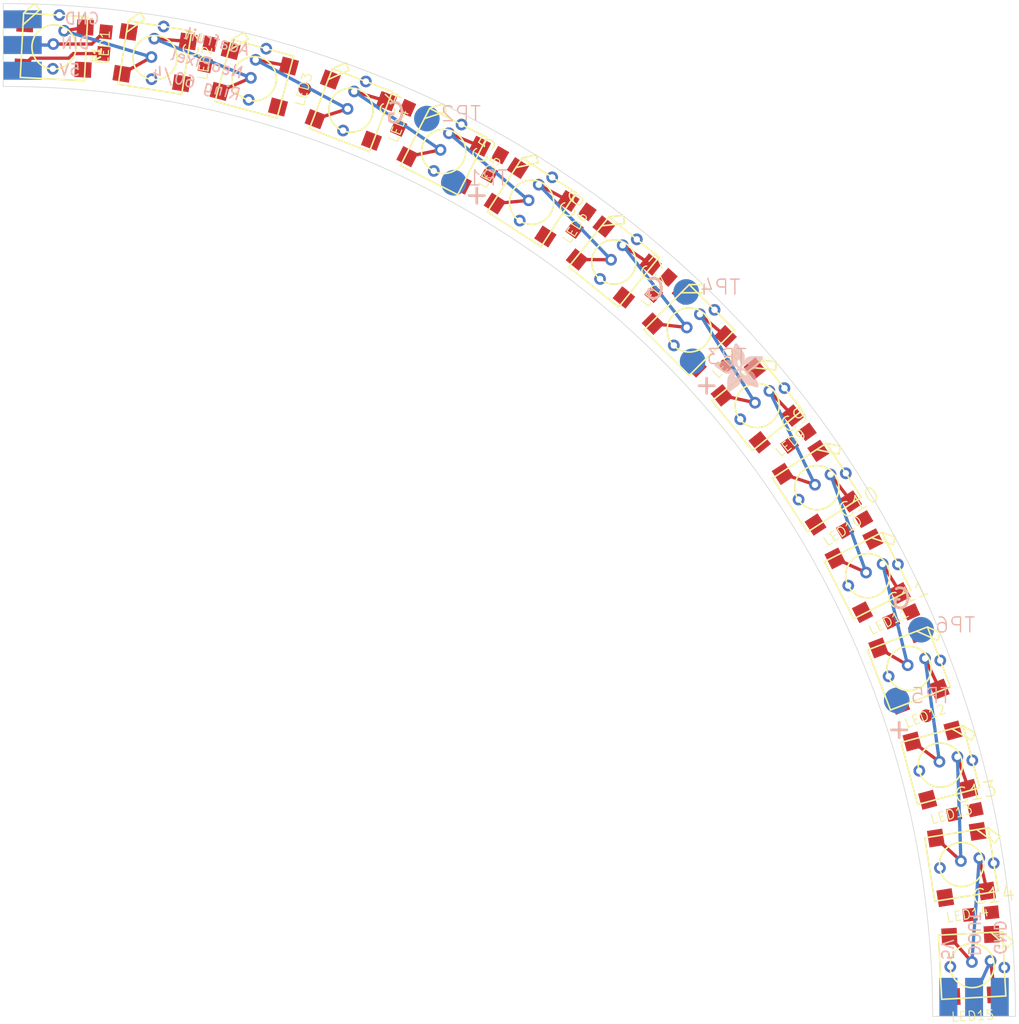
<source format=kicad_pcb>
(kicad_pcb (version 20211014) (generator pcbnew)
  (layers (0 "F.Cu" signal) (31 "B.Cu" signal) (34 "B.Paste" user) (35 "F.Paste" user) (36 "B.SilkS" user "B.Silkscreen") (37 "F.SilkS" user "F.Silkscreen") (38 "B.Mask" user) (39 "F.Mask" user) (44 "Edge.Cuts" user))
  (net 0 "")
  (net 1 "N$1")
  (net 2 "N$2")
  (net 3 "N$3")
  (net 4 "N$4")
  (net 5 "N$5")
  (net 6 "N$6")
  (net 7 "N$7")
  (net 8 "N$8")
  (net 9 "N$9")
  (net 10 "N$10")
  (net 11 "N$11")
  (net 12 "GND")
  (net 13 "VDD")
  (net 14 "N$12")
  (net 15 "N$13")
  (net 16 "N$14")
  (net 17 "N$15")
  (net 18 "N$16")
  (net 19 "N$17")
  (footprint "boardEagle:FIDUCIAL_1MM" (layer "F.Cu") (at 132.5761 72.2286)
    (fp_text reference "FID1" hide)
    (fp_text value "FIDUCIAL\"\"" hide)
    (pad "1" smd roundrect (at 0 0) (size 1 1) (layers "F.Cu" "F.Mask") (roundrect_rratio 0.5))
  )
  (footprint "boardEagle:WS2812B-NARROW" (layer "F.Cu") (at 136.159631 73.873582 -21)
    (fp_text reference "LED4" (at 3.4925 -1.5875 69) (layer "F.SilkS") (effects (font (size 0.73152 0.73152) (thickness 0.08128)) (justify right top)))
    (fp_text value "WS2812B5050-NARROW" hide)
    (pad "1-VDD" smd rect (at 2.35 1.65 159) (size 1.3 1.2) (layers "F.Cu" "F.Paste" "F.Mask") (net 13 "VDD"))
    (pad "2-DOUT" smd rect (at 2.35 -1.65 159) (size 1.3 1.2) (layers "F.Cu" "F.Paste" "F.Mask") (net 4 "N$4"))
    (pad "3-GND" smd rect (at -2.35 -1.65 159) (size 1.3 1.2) (layers "F.Cu" "F.Paste" "F.Mask") (net 12 "GND"))
    (pad "4-DIN" smd rect (at -2.35 1.65 159) (size 1.3 1.2) (layers "F.Cu" "F.Paste" "F.Mask") (net 3 "N$3"))
  )
  (footprint "boardEagle:C0603" (layer "F.Cu") (at 175.3917 106.141269 30)
    (fp_text reference "C10" (at -0.635 -0.635 30) (layer "F.SilkS") (effects (font (size 1.1684 1.1684) (thickness 0.1016)) (justify left bottom)))
    (fp_text value "")
    (pad "1" smd rect (at -0.85 0 30) (size 1.1 1) (layers "F.Cu" "F.Paste" "F.Mask") (net 13 "VDD"))
    (pad "2" smd rect (at 0.85 0 30) (size 1.1 1) (layers "F.Cu" "F.Paste" "F.Mask") (net 12 "GND"))
  )
  (footprint "boardEagle:C0603" (layer "F.Cu") (at 185.231268 136.424369 6)
    (fp_text reference "C14" (at -0.635 -0.635 6) (layer "F.SilkS") (effects (font (size 1.1684 1.1684) (thickness 0.1016)) (justify left bottom)))
    (fp_text value "")
    (pad "1" smd rect (at -0.85 0 6) (size 1.1 1) (layers "F.Cu" "F.Paste" "F.Mask") (net 13 "VDD"))
    (pad "2" smd rect (at 0.85 0 6) (size 1.1 1) (layers "F.Cu" "F.Paste" "F.Mask") (net 12 "GND"))
  )
  (footprint "boardEagle:WS2812B-NARROW" (layer "F.Cu") (at 162.51545 90.98925 -45)
    (fp_text reference "LED8" (at 3.492499 -1.5875 45) (layer "F.SilkS") (effects (font (size 0.73152 0.73152) (thickness 0.08128)) (justify right top)))
    (fp_text value "WS2812B5050-NARROW" hide)
    (pad "1-VDD" smd rect (at 2.35 1.65 135) (size 1.3 1.2) (layers "F.Cu" "F.Paste" "F.Mask") (net 13 "VDD"))
    (pad "2-DOUT" smd rect (at 2.35 -1.65 135) (size 1.3 1.2) (layers "F.Cu" "F.Paste" "F.Mask") (net 8 "N$8"))
    (pad "3-GND" smd rect (at -2.35 -1.65 135) (size 1.3 1.2) (layers "F.Cu" "F.Paste" "F.Mask") (net 12 "GND"))
    (pad "4-DIN" smd rect (at -2.35 1.65 135) (size 1.3 1.2) (layers "F.Cu" "F.Paste" "F.Mask") (net 7 "N$7"))
  )
  (footprint "boardEagle:WS2812B-NARROW" (layer "F.Cu") (at 156.636768 85.69606 -39)
    (fp_text reference "LED7" (at 3.4925 -1.5875 51) (layer "F.SilkS") (effects (font (size 0.73152 0.73152) (thickness 0.08128)) (justify right top)))
    (fp_text value "WS2812B5050-NARROW" hide)
    (pad "1-VDD" smd rect (at 2.35 1.65 141) (size 1.3 1.2) (layers "F.Cu" "F.Paste" "F.Mask") (net 13 "VDD"))
    (pad "2-DOUT" smd rect (at 2.35 -1.65 141) (size 1.3 1.2) (layers "F.Cu" "F.Paste" "F.Mask") (net 7 "N$7"))
    (pad "3-GND" smd rect (at -2.35 -1.65 141) (size 1.3 1.2) (layers "F.Cu" "F.Paste" "F.Mask") (net 12 "GND"))
    (pad "4-DIN" smd rect (at -2.35 1.65 141) (size 1.3 1.2) (layers "F.Cu" "F.Paste" "F.Mask") (net 6 "N$6"))
  )
  (footprint "boardEagle:WS2812B-NARROW" (layer "F.Cu") (at 182.075609 124.868441 -75)
    (fp_text reference "LED13" (at 3.4925 -1.5875 15) (layer "F.SilkS") (effects (font (size 0.73152 0.73152) (thickness 0.08128)) (justify right top)))
    (fp_text value "WS2812B5050-NARROW" hide)
    (pad "1-VDD" smd rect (at 2.35 1.65 105) (size 1.3 1.2) (layers "F.Cu" "F.Paste" "F.Mask") (net 13 "VDD"))
    (pad "2-DOUT" smd rect (at 2.35 -1.65 105) (size 1.3 1.2) (layers "F.Cu" "F.Paste" "F.Mask") (net 15 "N$13"))
    (pad "3-GND" smd rect (at -2.35 -1.65 105) (size 1.3 1.2) (layers "F.Cu" "F.Paste" "F.Mask") (net 12 "GND"))
    (pad "4-DIN" smd rect (at -2.35 1.65 105) (size 1.3 1.2) (layers "F.Cu" "F.Paste" "F.Mask") (net 14 "N$12"))
  )
  (footprint "boardEagle:C0603" (layer "F.Cu") (at 179.030531 113.282882 24)
    (fp_text reference "C11" (at -0.635 -0.635 24) (layer "F.SilkS") (effects (font (size 1.1684 1.1684) (thickness 0.1016)) (justify left bottom)))
    (fp_text value "")
    (pad "1" smd rect (at -0.85 0 24) (size 1.1 1) (layers "F.Cu" "F.Paste" "F.Mask") (net 13 "VDD"))
    (pad "2" smd rect (at 0.85 0 24) (size 1.1 1) (layers "F.Cu" "F.Paste" "F.Mask") (net 12 "GND"))
  )
  (footprint "boardEagle:WS2812B-NARROW" (layer "F.Cu") (at 179.631118 117.345069 -69)
    (fp_text reference "LED12" (at 3.4925 -1.5875 21) (layer "F.SilkS") (effects (font (size 0.73152 0.73152) (thickness 0.08128)) (justify right top)))
    (fp_text value "WS2812B5050-NARROW" hide)
    (pad "1-VDD" smd rect (at 2.35 1.65 111) (size 1.3 1.2) (layers "F.Cu" "F.Paste" "F.Mask") (net 13 "VDD"))
    (pad "2-DOUT" smd rect (at 2.35 -1.65 111) (size 1.3 1.2) (layers "F.Cu" "F.Paste" "F.Mask") (net 14 "N$12"))
    (pad "3-GND" smd rect (at -2.35 -1.65 111) (size 1.3 1.2) (layers "F.Cu" "F.Paste" "F.Mask") (net 12 "GND"))
    (pad "4-DIN" smd rect (at -2.35 1.65 111) (size 1.3 1.2) (layers "F.Cu" "F.Paste" "F.Mask") (net 11 "N$11"))
  )
  (footprint "boardEagle:C0603" (layer "F.Cu") (at 183.977409 128.507832 12)
    (fp_text reference "C13" (at -0.635 -0.635 12) (layer "F.SilkS") (effects (font (size 1.1684 1.1684) (thickness 0.1016)) (justify left bottom)))
    (fp_text value "")
    (pad "1" smd rect (at -0.85 0 12) (size 1.1 1) (layers "F.Cu" "F.Paste" "F.Mask") (net 13 "VDD"))
    (pad "2" smd rect (at 0.85 0 12) (size 1.1 1) (layers "F.Cu" "F.Paste" "F.Mask") (net 12 "GND"))
  )
  (footprint "boardEagle:WS2812B-NARROW" (layer "F.Cu") (at 183.7203 132.606119 -81)
    (fp_text reference "LED14" (at 3.4925 -1.5875 9) (layer "F.SilkS") (effects (font (size 0.73152 0.73152) (thickness 0.08128)) (justify right top)))
    (fp_text value "WS2812B5050-NARROW" hide)
    (pad "1-VDD" smd rect (at 2.35 1.65 99) (size 1.3 1.2) (layers "F.Cu" "F.Paste" "F.Mask") (net 13 "VDD"))
    (pad "2-DOUT" smd rect (at 2.35 -1.65 99) (size 1.3 1.2) (layers "F.Cu" "F.Paste" "F.Mask") (net 16 "N$14"))
    (pad "3-GND" smd rect (at -2.35 -1.65 99) (size 1.3 1.2) (layers "F.Cu" "F.Paste" "F.Mask") (net 12 "GND"))
    (pad "4-DIN" smd rect (at -2.35 1.65 99) (size 1.3 1.2) (layers "F.Cu" "F.Paste" "F.Mask") (net 15 "N$13"))
  )
  (footprint "boardEagle:WS2812B-NARROW" (layer "F.Cu") (at 113.031368 68.957519 -3)
    (fp_text reference "LED1" (at 3.4925 -1.5875 87) (layer "F.SilkS") (effects (font (size 0.73152 0.73152) (thickness 0.08128)) (justify right top)))
    (fp_text value "WS2812B5050-NARROW" hide)
    (pad "1-VDD" smd rect (at 2.35 1.65 177) (size 1.3 1.2) (layers "F.Cu" "F.Paste" "F.Mask") (net 13 "VDD"))
    (pad "2-DOUT" smd rect (at 2.35 -1.65 177) (size 1.3 1.2) (layers "F.Cu" "F.Paste" "F.Mask") (net 1 "N$1"))
    (pad "3-GND" smd rect (at -2.35 -1.65 177) (size 1.3 1.2) (layers "F.Cu" "F.Paste" "F.Mask") (net 12 "GND"))
    (pad "4-DIN" smd rect (at -2.35 1.65 177) (size 1.3 1.2) (layers "F.Cu" "F.Paste" "F.Mask") (net 17 "N$15"))
  )
  (footprint "boardEagle:C0603" (layer "F.Cu") (at 154.08555 82.4784 54)
    (fp_text reference "C6" (at -0.635 -0.635 54) (layer "F.SilkS") (effects (font (size 1.1684 1.1684) (thickness 0.1016)) (justify left bottom)))
    (fp_text value "")
    (pad "1" smd rect (at -0.85 0 54) (size 1.1 1) (layers "F.Cu" "F.Paste" "F.Mask") (net 13 "VDD"))
    (pad "2" smd rect (at 0.85 0 54) (size 1.1 1) (layers "F.Cu" "F.Paste" "F.Mask") (net 12 "GND"))
  )
  (footprint "boardEagle:WS2812B-NARROW" (layer "F.Cu") (at 176.413609 110.118432 -63)
    (fp_text reference "LED11" (at 3.4925 -1.5875 27) (layer "F.SilkS") (effects (font (size 0.73152 0.73152) (thickness 0.08128)) (justify right top)))
    (fp_text value "WS2812B5050-NARROW" hide)
    (pad "1-VDD" smd rect (at 2.35 1.65 117) (size 1.3 1.2) (layers "F.Cu" "F.Paste" "F.Mask") (net 13 "VDD"))
    (pad "2-DOUT" smd rect (at 2.35 -1.65 117) (size 1.3 1.2) (layers "F.Cu" "F.Paste" "F.Mask") (net 11 "N$11"))
    (pad "3-GND" smd rect (at -2.35 -1.65 117) (size 1.3 1.2) (layers "F.Cu" "F.Paste" "F.Mask") (net 12 "GND"))
    (pad "4-DIN" smd rect (at -2.35 1.65 117) (size 1.3 1.2) (layers "F.Cu" "F.Paste" "F.Mask") (net 10 "N$10"))
  )
  (footprint "boardEagle:C0603" (layer "F.Cu") (at 140.221818 74.474169 66)
    (fp_text reference "C4" (at -0.635 -0.635 66) (layer "F.SilkS") (effects (font (size 1.1684 1.1684) (thickness 0.1016)) (justify left bottom)))
    (fp_text value "")
    (pad "1" smd rect (at -0.85 0 66) (size 1.1 1) (layers "F.Cu" "F.Paste" "F.Mask") (net 13 "VDD"))
    (pad "2" smd rect (at 0.85 0 66) (size 1.1 1) (layers "F.Cu" "F.Paste" "F.Mask") (net 12 "GND"))
  )
  (footprint "boardEagle:C0603" (layer "F.Cu") (at 171.0263 99.41915 36)
    (fp_text reference "C9" (at -0.635 -0.635 36) (layer "F.SilkS") (effects (font (size 1.1684 1.1684) (thickness 0.1016)) (justify left bottom)))
    (fp_text value "")
    (pad "1" smd rect (at -0.85 0 36) (size 1.1 1) (layers "F.Cu" "F.Paste" "F.Mask") (net 13 "VDD"))
    (pad "2" smd rect (at 0.85 0 36) (size 1.1 1) (layers "F.Cu" "F.Paste" "F.Mask") (net 12 "GND"))
  )
  (footprint "boardEagle:WS2812B-NARROW" (layer "F.Cu") (at 184.547181 140.473332 -87)
    (fp_text reference "LED15" (at 3.4925 -1.5875 3) (layer "F.SilkS") (effects (font (size 0.73152 0.73152) (thickness 0.08128)) (justify right top)))
    (fp_text value "WS2812B5050-NARROW" hide)
    (pad "1-VDD" smd rect (at 2.35 1.65 93) (size 1.3 1.2) (layers "F.Cu" "F.Paste" "F.Mask") (net 13 "VDD"))
    (pad "2-DOUT" smd rect (at 2.35 -1.65 93) (size 1.3 1.2) (layers "F.Cu" "F.Paste" "F.Mask") (net 18 "N$16"))
    (pad "3-GND" smd rect (at -2.35 -1.65 93) (size 1.3 1.2) (layers "F.Cu" "F.Paste" "F.Mask") (net 12 "GND"))
    (pad "4-DIN" smd rect (at -2.35 1.65 93) (size 1.3 1.2) (layers "F.Cu" "F.Paste" "F.Mask") (net 16 "N$14"))
  )
  (footprint "boardEagle:WS2812B-NARROW" (layer "F.Cu") (at 167.80864 96.867932 -51)
    (fp_text reference "LED9" (at 3.4925 -1.5875 39) (layer "F.SilkS") (effects (font (size 0.73152 0.73152) (thickness 0.08128)) (justify right top)))
    (fp_text value "WS2812B5050-NARROW" hide)
    (pad "1-VDD" smd rect (at 2.35 1.65 129) (size 1.3 1.2) (layers "F.Cu" "F.Paste" "F.Mask") (net 13 "VDD"))
    (pad "2-DOUT" smd rect (at 2.35 -1.65 129) (size 1.3 1.2) (layers "F.Cu" "F.Paste" "F.Mask") (net 9 "N$9"))
    (pad "3-GND" smd rect (at -2.35 -1.65 129) (size 1.3 1.2) (layers "F.Cu" "F.Paste" "F.Mask") (net 12 "GND"))
    (pad "4-DIN" smd rect (at -2.35 1.65 129) (size 1.3 1.2) (layers "F.Cu" "F.Paste" "F.Mask") (net 8 "N$8"))
  )
  (footprint "boardEagle:WS2812B-NARROW" (layer "F.Cu") (at 143.386268 77.091091 -27)
    (fp_text reference "LED5" (at 3.4925 -1.5875 63) (layer "F.SilkS") (effects (font (size 0.73152 0.73152) (thickness 0.08128)) (justify right top)))
    (fp_text value "WS2812B5050-NARROW" hide)
    (pad "1-VDD" smd rect (at 2.35 1.65 153) (size 1.3 1.2) (layers "F.Cu" "F.Paste" "F.Mask") (net 13 "VDD"))
    (pad "2-DOUT" smd rect (at 2.35 -1.65 153) (size 1.3 1.2) (layers "F.Cu" "F.Paste" "F.Mask") (net 5 "N$5"))
    (pad "3-GND" smd rect (at -2.35 -1.65 153) (size 1.3 1.2) (layers "F.Cu" "F.Paste" "F.Mask") (net 12 "GND"))
    (pad "4-DIN" smd rect (at -2.35 1.65 153) (size 1.3 1.2) (layers "F.Cu" "F.Paste" "F.Mask") (net 4 "N$4"))
  )
  (footprint "boardEagle:WS2812B-NARROW" (layer "F.Cu") (at 120.898581 69.7844 -9)
    (fp_text reference "LED2" (at 3.4925 -1.5875 81) (layer "F.SilkS") (effects (font (size 0.73152 0.73152) (thickness 0.08128)) (justify right top)))
    (fp_text value "WS2812B5050-NARROW" hide)
    (pad "1-VDD" smd rect (at 2.35 1.65 171) (size 1.3 1.2) (layers "F.Cu" "F.Paste" "F.Mask") (net 13 "VDD"))
    (pad "2-DOUT" smd rect (at 2.35 -1.65 171) (size 1.3 1.2) (layers "F.Cu" "F.Paste" "F.Mask") (net 2 "N$2"))
    (pad "3-GND" smd rect (at -2.35 -1.65 171) (size 1.3 1.2) (layers "F.Cu" "F.Paste" "F.Mask") (net 12 "GND"))
    (pad "4-DIN" smd rect (at -2.35 1.65 171) (size 1.3 1.2) (layers "F.Cu" "F.Paste" "F.Mask") (net 1 "N$1"))
  )
  (footprint "boardEagle:FIDUCIAL_1MM" (layer "F.Cu") (at 180.9761 121.0286)
    (fp_text reference "FID3" hide)
    (fp_text value "FIDUCIAL\"\"" hide)
    (pad "1" smd roundrect (at 0 0) (size 1 1) (layers "F.Cu" "F.Mask") (roundrect_rratio 0.5))
  )
  (footprint "boardEagle:0603-NO" (layer "F.Cu") (at 116.9761 68.6286 -96)
    (fp_text reference "R1" (at 1.778 0.127 -96) (layer "F.SilkS") (effects (font (size 0.666496 0.666496) (thickness 0.146304)) (justify left bottom)))
    (fp_text value "470 ohm")
    (pad "1" smd rect (at -0.85 0 264) (size 1.1 1) (layers "F.Cu" "F.Paste" "F.Mask") (net 19 "N$17"))
    (pad "2" smd rect (at 0.85 0 264) (size 1.1 1) (layers "F.Cu" "F.Paste" "F.Mask") (net 17 "N$15"))
  )
  (footprint "boardEagle:WS2812B-NARROW" (layer "F.Cu") (at 172.45834 103.267691 -57)
    (fp_text reference "LED10" (at 3.492499 -1.5875 33) (layer "F.SilkS") (effects (font (size 0.73152 0.73152) (thickness 0.08128)) (justify right top)))
    (fp_text value "WS2812B5050-NARROW" hide)
    (pad "1-VDD" smd rect (at 2.35 1.65 123) (size 1.3 1.2) (layers "F.Cu" "F.Paste" "F.Mask") (net 13 "VDD"))
    (pad "2-DOUT" smd rect (at 2.35 -1.65 123) (size 1.3 1.2) (layers "F.Cu" "F.Paste" "F.Mask") (net 10 "N$10"))
    (pad "3-GND" smd rect (at -2.35 -1.65 123) (size 1.3 1.2) (layers "F.Cu" "F.Paste" "F.Mask") (net 12 "GND"))
    (pad "4-DIN" smd rect (at -2.35 1.65 123) (size 1.3 1.2) (layers "F.Cu" "F.Paste" "F.Mask") (net 9 "N$9"))
  )
  (footprint "boardEagle:C0603" (layer "F.Cu") (at 160.31454 87.522541 48)
    (fp_text reference "C7" (at -0.635 -0.635 48) (layer "F.SilkS") (effects (font (size 1.1684 1.1684) (thickness 0.1016)) (justify left bottom)))
    (fp_text value "")
    (pad "1" smd rect (at -0.85 0 48) (size 1.1 1) (layers "F.Cu" "F.Paste" "F.Mask") (net 13 "VDD"))
    (pad "2" smd rect (at 0.85 0 48) (size 1.1 1) (layers "F.Cu" "F.Paste" "F.Mask") (net 12 "GND"))
  )
  (footprint "boardEagle:WS2812B-NARROW" (layer "F.Cu") (at 150.237009 81.04636 -33)
    (fp_text reference "LED6" (at 3.492499 -1.5875 57) (layer "F.SilkS") (effects (font (size 0.73152 0.73152) (thickness 0.08128)) (justify right top)))
    (fp_text value "WS2812B5050-NARROW" hide)
    (pad "1-VDD" smd rect (at 2.35 1.65 147) (size 1.3 1.2) (layers "F.Cu" "F.Paste" "F.Mask") (net 13 "VDD"))
    (pad "2-DOUT" smd rect (at 2.35 -1.65 147) (size 1.3 1.2) (layers "F.Cu" "F.Paste" "F.Mask") (net 6 "N$6"))
    (pad "3-GND" smd rect (at -2.35 -1.65 147) (size 1.3 1.2) (layers "F.Cu" "F.Paste" "F.Mask") (net 12 "GND"))
    (pad "4-DIN" smd rect (at -2.35 1.65 147) (size 1.3 1.2) (layers "F.Cu" "F.Paste" "F.Mask") (net 5 "N$5"))
  )
  (footprint "boardEagle:FIDUCIAL_1MM" (layer "F.Cu") (at 165.3761 93.7286)
    (fp_text reference "FID2" hide)
    (fp_text value "FIDUCIAL\"\"" hide)
    (pad "1" smd roundrect (at 0 0) (size 1 1) (layers "F.Cu" "F.Mask") (roundrect_rratio 0.5))
  )
  (footprint "boardEagle:C0603" (layer "F.Cu") (at 124.996868 69.527291 78)
    (fp_text reference "C2" (at -0.635 -0.635 78) (layer "F.SilkS") (effects (font (size 1.1684 1.1684) (thickness 0.1016)) (justify left bottom)))
    (fp_text value "")
    (pad "1" smd rect (at -0.85 0 78) (size 1.1 1) (layers "F.Cu" "F.Paste" "F.Mask") (net 13 "VDD"))
    (pad "2" smd rect (at 0.85 0 78) (size 1.1 1) (layers "F.Cu" "F.Paste" "F.Mask") (net 12 "GND"))
  )
  (footprint "boardEagle:C0603" (layer "F.Cu") (at 147.363431 78.113 60)
    (fp_text reference "C5" (at -0.635 -0.635 60) (layer "F.SilkS") (effects (font (size 1.1684 1.1684) (thickness 0.1016)) (justify left bottom)))
    (fp_text value "")
    (pad "1" smd rect (at -0.85 0 60) (size 1.1 1) (layers "F.Cu" "F.Paste" "F.Mask") (net 13 "VDD"))
    (pad "2" smd rect (at 0.85 0 60) (size 1.1 1) (layers "F.Cu" "F.Paste" "F.Mask") (net 12 "GND"))
  )
  (footprint "boardEagle:WS2812B-NARROW" (layer "F.Cu") (at 128.636259 71.429091 -15)
    (fp_text reference "LED3" (at 3.4925 -1.5875 75) (layer "F.SilkS") (effects (font (size 0.73152 0.73152) (thickness 0.08128)) (justify right top)))
    (fp_text value "WS2812B5050-NARROW" hide)
    (pad "1-VDD" smd rect (at 2.35 1.65 165) (size 1.3 1.2) (layers "F.Cu" "F.Paste" "F.Mask") (net 13 "VDD"))
    (pad "2-DOUT" smd rect (at 2.35 -1.65 165) (size 1.3 1.2) (layers "F.Cu" "F.Paste" "F.Mask") (net 3 "N$3"))
    (pad "3-GND" smd rect (at -2.35 -1.65 165) (size 1.3 1.2) (layers "F.Cu" "F.Paste" "F.Mask") (net 12 "GND"))
    (pad "4-DIN" smd rect (at -2.35 1.65 165) (size 1.3 1.2) (layers "F.Cu" "F.Paste" "F.Mask") (net 2 "N$2"))
  )
  (footprint "boardEagle:TP20R" (layer "B.Cu") (at 178.6761 119.8286 180)
    (fp_text reference "TP5" (at -1 1.05) (layer "B.SilkS") (effects (font (size 1.1684 1.1684) (thickness 0.1016)) (justify right top mirror)))
    (fp_text value "TPTP20R")
    (pad "TP" smd roundrect (at 0 0 180) (size 2 2) (layers "B.Cu" "B.Mask") (roundrect_rratio 0.5) (net 13 "VDD"))
  )
  (footprint "boardEagle:RING_END_CONN_X3" (layer "B.Cu") (at 109.0761 68.8036)
    (fp_text reference "U$1" hide)
    (fp_text value "RING_END_CONN_X3" hide)
    (pad "1" smd rect (at 1.5 2) (size 3 1.4) (layers "B.Cu" "B.Paste" "B.Mask") (net 13 "VDD"))
    (pad "2" smd rect (at 1.5 0) (size 3 1.4) (layers "B.Cu" "B.Paste" "B.Mask") (net 19 "N$17"))
    (pad "3" smd rect (at 1.5 -2) (size 3 1.4) (layers "B.Cu" "B.Paste" "B.Mask") (net 12 "GND"))
  )
  (footprint "boardEagle:TP20R" (layer "B.Cu") (at 180.5761 114.3286 180)
    (fp_text reference "TP6" (at -1 1.05) (layer "B.SilkS") (effects (font (size 1.1684 1.1684) (thickness 0.1016)) (justify right top mirror)))
    (fp_text value "TPTP20R")
    (pad "TP" smd roundrect (at 0 0 180) (size 2 2) (layers "B.Cu" "B.Mask") (roundrect_rratio 0.5) (net 12 "GND"))
  )
  (footprint "boardEagle:TP20R" (layer "B.Cu") (at 142.0761 74.5286 180)
    (fp_text reference "TP2" (at -1 1.05) (layer "B.SilkS") (effects (font (size 1.1684 1.1684) (thickness 0.1016)) (justify right top mirror)))
    (fp_text value "TPTP20R")
    (pad "TP" smd roundrect (at 0 0 180) (size 2 2) (layers "B.Cu" "B.Mask") (roundrect_rratio 0.5) (net 12 "GND"))
  )
  (footprint "boardEagle:TP20R" (layer "B.Cu") (at 162.7761 93.4286 180)
    (fp_text reference "TP3" (at -1 1.05) (layer "B.SilkS") (effects (font (size 1.1684 1.1684) (thickness 0.1016)) (justify right top mirror)))
    (fp_text value "TPTP20R")
    (pad "TP" smd roundrect (at 0 0 180) (size 2 2) (layers "B.Cu" "B.Mask") (roundrect_rratio 0.5) (net 13 "VDD"))
  )
  (footprint "boardEagle:RING_END_CONN_X3" (layer "B.Cu") (at 184.7011 144.4286 90)
    (fp_text reference "U$2" hide)
    (fp_text value "RING_END_CONN_X3" hide)
    (pad "1" smd rect (at 1.5 2 90) (size 3 1.4) (layers "B.Cu" "B.Paste" "B.Mask") (net 12 "GND"))
    (pad "2" smd rect (at 1.5 0 90) (size 3 1.4) (layers "B.Cu" "B.Paste" "B.Mask") (net 18 "N$16"))
    (pad "3" smd rect (at 1.5 -2 90) (size 3 1.4) (layers "B.Cu" "B.Paste" "B.Mask") (net 13 "VDD"))
  )
  (footprint "boardEagle:TP20R" (layer "B.Cu") (at 162.2761 88.0286 180)
    (fp_text reference "TP4" (at -1 1.05) (layer "B.SilkS") (effects (font (size 1.1684 1.1684) (thickness 0.1016)) (justify right top mirror)))
    (fp_text value "TPTP20R")
    (pad "TP" smd roundrect (at 0 0 180) (size 2 2) (layers "B.Cu" "B.Mask") (roundrect_rratio 0.5) (net 12 "GND"))
  )
  (footprint "boardEagle:ADAFRUIT_3.5MM" (layer "B.Cu") (at 168.2761 95.8286 180)
    (fp_text reference "U$3" hide)
    (fp_text value "" hide)
  )
  (footprint "boardEagle:TP20R" (layer "B.Cu") (at 144.1761 79.5286 180)
    (fp_text reference "TP1" (at -1 1.05) (layer "B.SilkS") (effects (font (size 1.1684 1.1684) (thickness 0.1016)) (justify right top mirror)))
    (fp_text value "TPTP20R")
    (pad "TP" smd roundrect (at 0 0 180) (size 2 2) (layers "B.Cu" "B.Mask") (roundrect_rratio 0.5) (net 13 "VDD"))
  )
  (gr_arc (start 109.0761 65.5786) (mid 164.83147 88.67323) (end 187.9261 144.4286) (layer "Edge.Cuts") (width 0.05))
  (gr_line (start 187.9261 144.4286) (end 181.4761 144.4286) (layer "Edge.Cuts") (width 0.05))
  (gr_line (start 109.0761 65.5786) (end 109.0761 72.0286) (layer "Edge.Cuts") (width 0.05))
  (gr_arc (start 109.0761 72.0286) (mid 160.270631 93.234069) (end 181.4761 144.4286) (layer "Edge.Cuts") (width 0.05))
  (gr_text "+" (at 147.0761 81.3286) (layer "B.SilkS") (effects (font (size 1.56464 1.56464) (thickness 0.21336)) (justify left bottom mirror)))
  (gr_text "GND" (at 113.7761 66.2286) (layer "B.SilkS") (effects (font (size 0.89408 0.89408) (thickness 0.12192)) (justify right top mirror)))
  (gr_text "Ring 60/4" (at 127.4761 73.2286 -15) (layer "B.SilkS") (effects (font (size 0.89408 0.89408) (thickness 0.12192)) (justify left bottom mirror)))
  (gr_text "+" (at 179.9761 122.9286) (layer "B.SilkS") (effects (font (size 1.56464 1.56464) (thickness 0.21336)) (justify left bottom mirror)))
  (gr_text "5V" (at 182.0761 140.1286 -90) (layer "B.SilkS") (effects (font (size 0.89408 0.89408) (thickness 0.12192)) (justify left bottom mirror)))
  (gr_text "+" (at 164.9761 96.1286) (layer "B.SilkS") (effects (font (size 1.56464 1.56464) (thickness 0.21336)) (justify left bottom mirror)))
  (gr_text "DOUT" (at 184.1761 139.8286 -90) (layer "B.SilkS") (effects (font (size 0.89408 0.89408) (thickness 0.12192)) (justify left bottom mirror)))
  (gr_text "G" (at 140.5761 75.0286) (layer "B.SilkS") (effects (font (size 1.56464 1.56464) (thickness 0.21336)) (justify left bottom mirror)))
  (gr_text "G" (at 160.7761 88.7286) (layer "B.SilkS") (effects (font (size 1.56464 1.56464) (thickness 0.21336)) (justify left bottom mirror)))
  (gr_text "G" (at 179.9761 112.8286) (layer "B.SilkS") (effects (font (size 1.56464 1.56464) (thickness 0.21336)) (justify left bottom mirror)))
  (gr_text "5V" (at 113.3761 70.2286) (layer "B.SilkS") (effects (font (size 0.89408 0.89408) (thickness 0.12192)) (justify right top mirror)))
  (gr_text "GND" (at 186.1761 139.7286 -90) (layer "B.SilkS") (effects (font (size 0.89408 0.89408) (thickness 0.12192)) (justify left bottom mirror)))
  (gr_text "NeoPixel" (at 127.6761 71.5286 -15) (layer "B.SilkS") (effects (font (size 0.89408 0.89408) (thickness 0.12192)) (justify left bottom mirror)))
  (gr_text "Adafruit" (at 128.1761 69.7286 -15) (layer "B.SilkS") (effects (font (size 0.89408 0.89408) (thickness 0.12192)) (justify left bottom mirror)))
  (gr_text "DIN" (at 113.4761 68.1286) (layer "B.SilkS") (effects (font (size 0.89408 0.89408) (thickness 0.12192)) (justify right top mirror)))
  (segment (start 120.624915 69.741566) (end 118.319393 71.046466) (width 0.254) (layer "F.Cu") (net 1))
  (segment (start 115.4645 67.432772) (end 113.825309 67.695247) (width 0.254) (layer "F.Cu") (net 1))
  (via (at 120.624915 69.741566) (size 0.9064) (drill 0.5) (layers "F.Cu" "B.Cu") (net 1))
  (via (at 113.825309 67.695247) (size 0.9064) (drill 0.5) (layers "F.Cu" "B.Cu") (net 1))
  (segment (start 113.825309 67.695247) (end 120.624915 69.741566) (width 0.254) (layer "B.Cu") (net 1))
  (segment (start 128.368571 71.357888) (end 125.939281 72.414644) (width 0.254) (layer "F.Cu") (net 2))
  (segment (start 123.477765 68.522338) (end 120.846496 68.308597) (width 0.254) (layer "F.Cu") (net 2))
  (via (at 128.368571 71.357888) (size 0.9064) (drill 0.5) (layers "F.Cu" "B.Cu") (net 2))
  (via (at 120.846496 68.308597) (size 0.9064) (drill 0.5) (layers "F.Cu" "B.Cu") (net 2))
  (segment (start 120.846496 68.308597) (end 128.368571 71.357888) (width 0.254) (layer "B.Cu") (net 2))
  (segment (start 135.900856 73.774791) (end 133.374409 74.571825) (width 0.254) (layer "F.Cu") (net 3))
  (segment (start 131.333234 70.443541) (end 128.738725 69.955932) (width 0.254) (layer "F.Cu") (net 3))
  (via (at 128.738725 69.955932) (size 0.9064) (drill 0.5) (layers "F.Cu" "B.Cu") (net 3))
  (via (at 135.900856 73.774791) (size 0.9064) (drill 0.5) (layers "F.Cu" "B.Cu") (net 3))
  (segment (start 128.738725 69.955932) (end 135.900856 73.774791) (width 0.254) (layer "B.Cu") (net 3))
  (segment (start 143.13924 76.965791) (end 140.543318 77.494375) (width 0.254) (layer "F.Cu") (net 4))
  (segment (start 138.94485 73.175341) (end 136.415521 72.419204) (width 0.254) (layer "F.Cu") (net 4))
  (via (at 136.415521 72.419204) (size 0.9064) (drill 0.5) (layers "F.Cu" "B.Cu") (net 4))
  (via (at 143.13924 76.965791) (size 0.9064) (drill 0.5) (layers "F.Cu" "B.Cu") (net 4))
  (segment (start 136.415521 72.419204) (end 143.13924 76.965791) (width 0.254) (layer "B.Cu") (net 4))
  (segment (start 150.004421 80.895925) (end 147.367478 81.150266) (width 0.254) (layer "F.Cu") (net 5))
  (segment (start 146.229215 76.68781) (end 143.792787 75.671425) (width 0.254) (layer "F.Cu") (net 5))
  (via (at 143.792787 75.671425) (size 0.9064) (drill 0.5) (layers "F.Cu" "B.Cu") (net 5))
  (via (at 150.004421 80.895925) (size 0.9064) (drill 0.5) (layers "F.Cu" "B.Cu") (net 5))
  (segment (start 143.792787 75.671425) (end 150.004421 80.895925) (width 0.254) (layer "B.Cu") (net 5))
  (segment (start 153.106537 80.942457) (end 150.789687 79.676966) (width 0.254) (layer "F.Cu") (net 6))
  (segment (start 156.421184 85.522138) (end 153.772096 85.49945) (width 0.254) (layer "F.Cu") (net 6))
  (via (at 156.421184 85.522138) (size 0.9064) (drill 0.5) (layers "F.Cu" "B.Cu") (net 6))
  (via (at 150.789687 79.676966) (size 0.9064) (drill 0.5) (layers "F.Cu" "B.Cu") (net 6))
  (segment (start 150.789687 79.676966) (end 156.421184 85.522138) (width 0.254) (layer "B.Cu") (net 6))
  (segment (start 159.501437 85.892672) (end 157.329565 84.391941) (width 0.254) (layer "F.Cu") (net 7))
  (segment (start 162.319225 90.793744) (end 159.687021 90.494279) (width 0.254) (layer "F.Cu") (net 7))
  (via (at 157.329565 84.391941) (size 0.9064) (drill 0.5) (layers "F.Cu" "B.Cu") (net 7))
  (via (at 162.319225 90.793744) (size 0.9064) (drill 0.5) (layers "F.Cu" "B.Cu") (net 7))
  (segment (start 157.329565 84.391941) (end 162.319225 90.793744) (width 0.254) (layer "B.Cu") (net 7))
  (segment (start 165.343875 91.484225) (end 163.340765 89.764688) (width 0.254) (layer "F.Cu") (net 8))
  (segment (start 167.633925 96.652985) (end 165.047443 96.080019) (width 0.254) (layer "F.Cu") (net 8))
  (via (at 163.340765 89.764688) (size 0.9064) (drill 0.5) (layers "F.Cu" "B.Cu") (net 8))
  (via (at 167.633925 96.652985) (size 0.9064) (drill 0.5) (layers "F.Cu" "B.Cu") (net 8))
  (segment (start 163.340765 89.764688) (end 167.633925 96.652985) (width 0.254) (layer "B.Cu") (net 8))
  (segment (start 172.30705 103.035663) (end 169.794631 102.195472) (width 0.254) (layer "F.Cu") (net 9))
  (segment (start 170.569834 97.655847) (end 168.757434 95.736344) (width 0.254) (layer "F.Cu") (net 9))
  (via (at 172.30705 103.035663) (size 0.9064) (drill 0.5) (layers "F.Cu" "B.Cu") (net 9))
  (via (at 168.757434 95.736344) (size 0.9064) (drill 0.5) (layers "F.Cu" "B.Cu") (net 9))
  (segment (start 168.757434 95.736344) (end 172.30705 103.035663) (width 0.254) (layer "B.Cu") (net 9))
  (segment (start 175.122046 104.339913) (end 173.520218 102.241485) (width 0.254) (layer "F.Cu") (net 10))
  (segment (start 176.287403 109.87185) (end 173.876568 108.773654) (width 0.254) (layer "F.Cu") (net 10))
  (via (at 173.520218 102.241485) (size 0.9064) (drill 0.5) (layers "F.Cu" "B.Cu") (net 10))
  (via (at 176.287403 109.87185) (size 0.9064) (drill 0.5) (layers "F.Cu" "B.Cu") (net 10))
  (segment (start 173.520218 102.241485) (end 176.287403 109.87185) (width 0.254) (layer "B.Cu") (net 10))
  (segment (start 179.531378 117.08665) (end 177.248543 115.742463) (width 0.254) (layer "F.Cu") (net 11))
  (segment (start 178.950646 111.463213) (end 177.576943 109.208835) (width 0.254) (layer "F.Cu") (net 11))
  (via (at 179.531378 117.08665) (size 0.9064) (drill 0.5) (layers "F.Cu" "B.Cu") (net 11))
  (via (at 177.576943 109.208835) (size 0.9064) (drill 0.5) (layers "F.Cu" "B.Cu") (net 11))
  (segment (start 177.576943 109.208835) (end 179.531378 117.08665) (width 0.254) (layer "B.Cu") (net 11))
  (via (at 164.48519 89.424197) (size 0.9064) (drill 0.5) (layers "F.Cu" "B.Cu") (net 12))
  (via (at 151.838309 79.105979) (size 0.9064) (drill 0.5) (layers "F.Cu" "B.Cu") (net 12))
  (via (at 187.058209 140.628282) (size 0.9064) (drill 0.5) (layers "F.Cu" "B.Cu") (net 12))
  (via (at 178.770571 109.238657) (size 0.9064) (drill 0.5) (layers "F.Cu" "B.Cu") (net 12))
  (via (at 169.931178 95.517344) (size 0.9064) (drill 0.5) (layers "F.Cu" "B.Cu") (net 12))
  (via (at 113.44795 66.476444) (size 0.9064) (drill 0.5) (layers "F.Cu" "B.Cu") (net 12))
  (via (at 129.559578 69.088844) (size 0.9064) (drill 0.5) (layers "F.Cu" "B.Cu") (net 12))
  (via (at 144.775981 74.993954) (size 0.9064) (drill 0.5) (layers "F.Cu" "B.Cu") (net 12))
  (via (at 182.067128 116.716485) (size 0.9064) (drill 0.5) (layers "F.Cu" "B.Cu") (net 12))
  (via (at 158.432128 83.933691) (size 0.9064) (drill 0.5) (layers "F.Cu" "B.Cu") (net 12))
  (via (at 137.322515 71.642672) (size 0.9064) (drill 0.5) (layers "F.Cu" "B.Cu") (net 12))
  (via (at 186.233771 132.49775) (size 0.9064) (drill 0.5) (layers "F.Cu" "B.Cu") (net 12))
  (via (at 184.563981 124.497935) (size 0.9064) (drill 0.5) (layers "F.Cu" "B.Cu") (net 12))
  (via (at 121.572218 67.360457) (size 0.9064) (drill 0.5) (layers "F.Cu" "B.Cu") (net 12))
  (via (at 174.710428 102.146375) (size 0.9064) (drill 0.5) (layers "F.Cu" "B.Cu") (net 12))
  (via (at 120.63264 71.463466) (size 0.9064) (drill 0.5) (layers "F.Cu" "B.Cu") (net 13))
  (via (at 174.8989 110.89021) (size 0.9064) (drill 0.5) (layers "F.Cu" "B.Cu") (net 13))
  (via (at 149.311118 82.472104) (size 0.9064) (drill 0.5) (layers "F.Cu" "B.Cu") (net 13))
  (via (at 182.041234 132.87206) (size 0.9064) (drill 0.5) (layers "F.Cu" "B.Cu") (net 13))
  (via (at 171.032596 104.193582) (size 0.9064) (drill 0.5) (layers "F.Cu" "B.Cu") (net 13))
  (via (at 180.433537 125.308432) (size 0.9064) (drill 0.5) (layers "F.Cu" "B.Cu") (net 13))
  (via (at 178.044031 117.954291) (size 0.9064) (drill 0.5) (layers "F.Cu" "B.Cu") (net 13))
  (via (at 155.566925 87.017213) (size 0.9064) (drill 0.5) (layers "F.Cu" "B.Cu") (net 13))
  (via (at 128.196268 73.071163) (size 0.9064) (drill 0.5) (layers "F.Cu" "B.Cu") (net 13))
  (via (at 161.313368 92.191332) (size 0.9064) (drill 0.5) (layers "F.Cu" "B.Cu") (net 13))
  (via (at 135.550409 75.460669) (size 0.9064) (drill 0.5) (layers "F.Cu" "B.Cu") (net 13))
  (via (at 112.9424 70.655188) (size 0.9064) (drill 0.5) (layers "F.Cu" "B.Cu") (net 13))
  (via (at 142.61449 78.6058) (size 0.9064) (drill 0.5) (layers "F.Cu" "B.Cu") (net 13))
  (via (at 166.487487 97.937775) (size 0.9064) (drill 0.5) (layers "F.Cu" "B.Cu") (net 13))
  (via (at 182.849512 140.5623) (size 0.9064) (drill 0.5) (layers "F.Cu" "B.Cu") (net 13))
  (segment (start 182.003428 124.601016) (end 179.873606 123.025569) (width 0.254) (layer "F.Cu") (net 14))
  (segment (start 182.01369 118.947679) (end 180.883156 116.56206) (width 0.254) (layer "F.Cu") (net 14))
  (via (at 180.883156 116.56206) (size 0.9064) (drill 0.5) (layers "F.Cu" "B.Cu") (net 14))
  (via (at 182.003428 124.601016) (size 0.9064) (drill 0.5) (layers "F.Cu" "B.Cu") (net 14))
  (segment (start 180.883156 116.56206) (end 182.003428 124.601016) (width 0.254) (layer "B.Cu") (net 14))
  (segment (start 181.72299 130.543169) (end 183.676471 132.332616) (width 0.254) (layer "F.Cu") (net 15))
  (segment (start 184.277609 126.711316) (end 183.402634 124.220597) (width 0.254) (layer "F.Cu") (net 15))
  (via (at 183.402634 124.220597) (size 0.9064) (drill 0.5) (layers "F.Cu" "B.Cu") (net 15))
  (via (at 183.676471 132.332616) (size 0.9064) (drill 0.5) (layers "F.Cu" "B.Cu") (net 15))
  (segment (start 183.402634 124.220597) (end 183.676471 132.332616) (width 0.254) (layer "B.Cu") (net 15))
  (segment (start 182.77645 138.212907) (end 184.532178 140.196741) (width 0.254) (layer "F.Cu") (net 16))
  (segment (start 185.717606 134.669072) (end 185.107778 132.100538) (width 0.254) (layer "F.Cu") (net 16))
  (via (at 184.532178 140.196741) (size 0.9064) (drill 0.5) (layers "F.Cu" "B.Cu") (net 16))
  (via (at 185.107778 132.100538) (size 0.9064) (drill 0.5) (layers "F.Cu" "B.Cu") (net 16))
  (segment (start 185.107778 132.100538) (end 184.532178 140.196741) (width 0.254) (layer "B.Cu") (net 16))
  (segment (start 114.530756 69.473944) (end 116.88725 69.473944) (width 0.254) (layer "F.Cu") (net 17))
  (segment (start 110.598234 70.482269) (end 111.251903 69.8286) (width 0.254) (layer "F.Cu") (net 17))
  (segment (start 114.1761 69.8286) (end 114.530756 69.473944) (width 0.254) (layer "F.Cu") (net 17))
  (segment (start 111.251903 69.8286) (end 114.1761 69.8286) (width 0.254) (layer "F.Cu") (net 17))
  (segment (start 186.317909 142.73376) (end 185.9861 140.1086) (width 0.254) (layer "F.Cu") (net 18))
  (via (at 185.9861 140.1086) (size 0.9064) (drill 0.5) (layers "F.Cu" "B.Cu") (net 18))
  (segment (start 185.9861 140.1086) (end 184.7011 142.9286) (width 0.254) (layer "B.Cu") (net 18))
  (segment (start 115.9761 68.7286) (end 116.92144 67.78326) (width 0.254) (layer "F.Cu") (net 19))
  (segment (start 116.92144 67.78326) (end 117.064946 67.78326) (width 0.254) (layer "F.Cu") (net 19))
  (segment (start 112.9761 68.7286) (end 115.9761 68.7286) (width 0.254) (layer "F.Cu") (net 19))
  (segment (start 117.1761 67.672107) (end 117.064946 67.78326) (width 0.254) (layer "F.Cu") (net 19))
  (via (at 112.9761 68.7286) (size 0.9064) (drill 0.5) (layers "F.Cu" "B.Cu") (net 19))
  (segment (start 112.3011 68.8036) (end 112.8761 68.8286) (width 0.254) (layer "B.Cu") (net 19))
  (segment (start 110.5761 68.8036) (end 112.3011 68.8036) (width 0.254) (layer "B.Cu") (net 19))
  (segment (start 112.8761 68.8286) (end 112.9761 68.7286) (width 0.254) (layer "B.Cu") (net 19))
)
</source>
